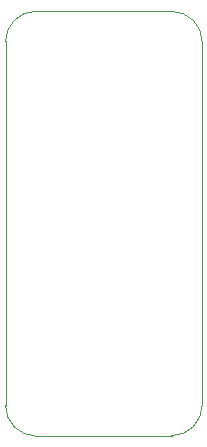
<source format=gm1>
G04 Layer_Color=16711935*
%FSLAX24Y24*%
%MOIN*%
G70*
G01*
G75*
%ADD15C,0.0040*%
D15*
X288Y13845D02*
G03*
X0Y13150I695J-695D01*
G01*
X1012Y14150D02*
G03*
X296Y13854I0J-1012D01*
G01*
X6262Y13845D02*
G03*
X5527Y14150I-735J-735D01*
G01*
X6550Y13150D02*
G03*
X6262Y13845I-984J0D01*
G01*
X6254Y296D02*
G03*
X6550Y1012I-715J715D01*
G01*
X5538Y0D02*
G03*
X6254Y296I0J1012D01*
G01*
X301Y285D02*
G03*
X990Y0I689J689D01*
G01*
X0Y1001D02*
G03*
X293Y293I1001J0D01*
G01*
X0Y2060D02*
Y13150D01*
X288Y13845D02*
X296Y13854D01*
X1012Y14150D02*
X5527D01*
X6550Y1012D02*
Y13150D01*
X990Y0D02*
X5538D01*
X293Y293D02*
X301Y285D01*
X0Y1001D02*
Y2060D01*
X288Y13845D02*
G03*
X0Y13150I695J-695D01*
G01*
X1012Y14150D02*
G03*
X296Y13854I0J-1012D01*
G01*
X6262Y13845D02*
G03*
X5527Y14150I-735J-735D01*
G01*
X6550Y13150D02*
G03*
X6262Y13845I-984J0D01*
G01*
X6254Y296D02*
G03*
X6550Y1012I-715J715D01*
G01*
X5538Y0D02*
G03*
X6254Y296I0J1012D01*
G01*
X301Y285D02*
G03*
X990Y0I689J689D01*
G01*
X0Y1001D02*
G03*
X293Y293I1001J0D01*
G01*
X0Y2060D02*
Y13150D01*
X288Y13845D02*
X296Y13854D01*
X1012Y14150D02*
X5527D01*
X6550Y1012D02*
Y13150D01*
X990Y0D02*
X5538D01*
X293Y293D02*
X301Y285D01*
X0Y1001D02*
Y2060D01*
M02*

</source>
